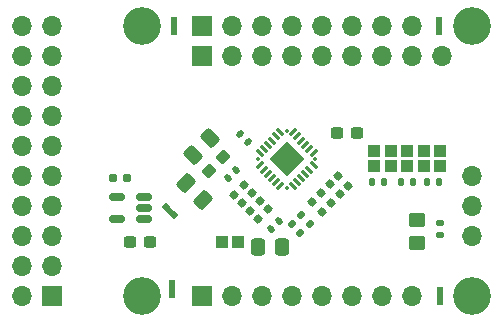
<source format=gbr>
%TF.GenerationSoftware,KiCad,Pcbnew,8.0.7*%
%TF.CreationDate,2024-12-21T09:58:57-05:00*%
%TF.ProjectId,tac5212_audio_board_single_ended,74616335-3231-4325-9f61-7564696f5f62,rev?*%
%TF.SameCoordinates,Original*%
%TF.FileFunction,Soldermask,Top*%
%TF.FilePolarity,Negative*%
%FSLAX46Y46*%
G04 Gerber Fmt 4.6, Leading zero omitted, Abs format (unit mm)*
G04 Created by KiCad (PCBNEW 8.0.7) date 2024-12-21 09:58:57*
%MOMM*%
%LPD*%
G01*
G04 APERTURE LIST*
G04 Aperture macros list*
%AMRoundRect*
0 Rectangle with rounded corners*
0 $1 Rounding radius*
0 $2 $3 $4 $5 $6 $7 $8 $9 X,Y pos of 4 corners*
0 Add a 4 corners polygon primitive as box body*
4,1,4,$2,$3,$4,$5,$6,$7,$8,$9,$2,$3,0*
0 Add four circle primitives for the rounded corners*
1,1,$1+$1,$2,$3*
1,1,$1+$1,$4,$5*
1,1,$1+$1,$6,$7*
1,1,$1+$1,$8,$9*
0 Add four rect primitives between the rounded corners*
20,1,$1+$1,$2,$3,$4,$5,0*
20,1,$1+$1,$4,$5,$6,$7,0*
20,1,$1+$1,$6,$7,$8,$9,0*
20,1,$1+$1,$8,$9,$2,$3,0*%
%AMRotRect*
0 Rectangle, with rotation*
0 The origin of the aperture is its center*
0 $1 length*
0 $2 width*
0 $3 Rotation angle, in degrees counterclockwise*
0 Add horizontal line*
21,1,$1,$2,0,0,$3*%
G04 Aperture macros list end*
%ADD10C,0.000000*%
%ADD11RoundRect,0.062500X-0.185616X-0.274004X0.274004X0.185616X0.185616X0.274004X-0.274004X-0.185616X0*%
%ADD12RoundRect,0.062500X0.185616X-0.274004X0.274004X-0.185616X-0.185616X0.274004X-0.274004X0.185616X0*%
%ADD13RotRect,2.100000X2.100000X45.000000*%
%ADD14RoundRect,0.062500X0.000000X-0.088388X0.088388X0.000000X0.000000X0.088388X-0.088388X0.000000X0*%
%ADD15RoundRect,0.160000X0.252791X-0.026517X-0.026517X0.252791X-0.252791X0.026517X0.026517X-0.252791X0*%
%ADD16RoundRect,0.135000X-0.226274X-0.035355X-0.035355X-0.226274X0.226274X0.035355X0.035355X0.226274X0*%
%ADD17R,1.000000X1.000000*%
%ADD18R,1.700000X1.700000*%
%ADD19O,1.700000X1.700000*%
%ADD20C,3.200000*%
%ADD21RoundRect,0.250000X0.337500X0.475000X-0.337500X0.475000X-0.337500X-0.475000X0.337500X-0.475000X0*%
%ADD22RoundRect,0.160000X-0.026517X-0.252791X0.252791X0.026517X0.026517X0.252791X-0.252791X-0.026517X0*%
%ADD23RoundRect,0.140000X0.219203X0.021213X0.021213X0.219203X-0.219203X-0.021213X-0.021213X-0.219203X0*%
%ADD24RoundRect,0.250000X0.574524X0.097227X0.097227X0.574524X-0.574524X-0.097227X-0.097227X-0.574524X0*%
%ADD25RoundRect,0.150000X0.512500X0.150000X-0.512500X0.150000X-0.512500X-0.150000X0.512500X-0.150000X0*%
%ADD26RoundRect,0.135000X-0.185000X0.135000X-0.185000X-0.135000X0.185000X-0.135000X0.185000X0.135000X0*%
%ADD27R,0.508000X0.500000*%
%ADD28R,0.508000X0.508000*%
%ADD29RoundRect,0.237500X-0.300000X-0.237500X0.300000X-0.237500X0.300000X0.237500X-0.300000X0.237500X0*%
%ADD30RoundRect,0.140000X-0.021213X0.219203X-0.219203X0.021213X0.021213X-0.219203X0.219203X-0.021213X0*%
%ADD31RoundRect,0.250000X-0.097227X0.574524X-0.574524X0.097227X0.097227X-0.574524X0.574524X-0.097227X0*%
%ADD32RoundRect,0.250000X-0.450000X0.350000X-0.450000X-0.350000X0.450000X-0.350000X0.450000X0.350000X0*%
%ADD33RoundRect,0.140000X0.021213X-0.219203X0.219203X-0.021213X-0.021213X0.219203X-0.219203X0.021213X0*%
%ADD34RotRect,0.508000X0.508000X315.000000*%
%ADD35RoundRect,0.135000X-0.135000X-0.185000X0.135000X-0.185000X0.135000X0.185000X-0.135000X0.185000X0*%
%ADD36RoundRect,0.237500X-0.044194X-0.380070X0.380070X0.044194X0.044194X0.380070X-0.380070X-0.044194X0*%
%ADD37RoundRect,0.135000X0.135000X0.185000X-0.135000X0.185000X-0.135000X-0.185000X0.135000X-0.185000X0*%
%ADD38RoundRect,0.160000X-0.197500X-0.160000X0.197500X-0.160000X0.197500X0.160000X-0.197500X0.160000X0*%
%ADD39RoundRect,0.135000X0.226274X0.035355X0.035355X0.226274X-0.226274X-0.035355X-0.035355X-0.226274X0*%
G04 APERTURE END LIST*
%TO.C,E108*%
G36*
X99446000Y-99954000D02*
G01*
X99954000Y-99954000D01*
X99954000Y-99454000D01*
X99446000Y-99454000D01*
X99446000Y-99954000D01*
G37*
%TO.C,E109*%
G36*
X121846000Y-99954000D02*
G01*
X122354000Y-99954000D01*
X122354000Y-99454000D01*
X121846000Y-99454000D01*
X121846000Y-99954000D01*
G37*
D10*
%TO.C,DOUT108*%
G36*
X99653553Y-115394343D02*
G01*
X99294343Y-115753553D01*
X98946447Y-115405657D01*
X99305657Y-115046447D01*
X99653553Y-115394343D01*
G37*
%TO.C,G118*%
G36*
X121946000Y-122854000D02*
G01*
X122454000Y-122854000D01*
X122454000Y-122354000D01*
X121946000Y-122354000D01*
X121946000Y-122854000D01*
G37*
%TO.C,G117*%
G36*
X99246000Y-122254000D02*
G01*
X99754000Y-122254000D01*
X99754000Y-121754000D01*
X99246000Y-121754000D01*
X99246000Y-122254000D01*
G37*
%TD*%
D11*
%TO.C,J108*%
X106910742Y-111521491D03*
X107264295Y-111875045D03*
X107617849Y-112228598D03*
X107971402Y-112582151D03*
X108324955Y-112935705D03*
X108678509Y-113289258D03*
D12*
X109721491Y-113289258D03*
X110075045Y-112935705D03*
X110428598Y-112582151D03*
X110782151Y-112228598D03*
X111135705Y-111875045D03*
X111489258Y-111521491D03*
D11*
X111489258Y-110478509D03*
X111135705Y-110124955D03*
X110782151Y-109771402D03*
X110428598Y-109417849D03*
X110075045Y-109064295D03*
X109721491Y-108710742D03*
D12*
X108678509Y-108710742D03*
X108324955Y-109064295D03*
X107971402Y-109417849D03*
X107617849Y-109771402D03*
X107264295Y-110124955D03*
X106910742Y-110478509D03*
D13*
X109200000Y-111000000D03*
D14*
X106767553Y-111000000D03*
X109200000Y-113432447D03*
X111632447Y-111000000D03*
X109200000Y-108567553D03*
%TD*%
D15*
%TO.C,R113*%
X112937059Y-114705168D03*
X112092067Y-113860176D03*
%TD*%
D16*
%TO.C,R121*%
X109617194Y-116508362D03*
X110338442Y-117229610D03*
%TD*%
D17*
%TO.C,ADD109*%
X122200000Y-110300000D03*
X122200000Y-111600000D03*
%TD*%
D18*
%TO.C,board_outline108*%
X89337500Y-122600000D03*
D19*
X86797500Y-122600000D03*
X89337500Y-120060000D03*
X86797500Y-120060000D03*
X89337500Y-117520000D03*
X86797500Y-117520000D03*
X89337500Y-114980000D03*
X86797500Y-114980000D03*
X89337500Y-112440000D03*
X86797500Y-112440000D03*
X89337500Y-109900000D03*
X86797500Y-109900000D03*
X89337500Y-107360000D03*
X86797500Y-107360000D03*
X89337500Y-104820000D03*
X86797500Y-104820000D03*
X89337500Y-102280000D03*
X86797500Y-102280000D03*
X89337500Y-99740000D03*
X86797500Y-99740000D03*
D18*
X102047500Y-102285000D03*
X102047500Y-99745000D03*
D19*
X104587500Y-102285000D03*
X104587500Y-99745000D03*
X107127500Y-102285000D03*
X107127500Y-99745000D03*
X109667500Y-102285000D03*
X109667500Y-99745000D03*
X112207500Y-102285000D03*
X112207500Y-99745000D03*
X114747500Y-102285000D03*
X114747500Y-99745000D03*
X117287500Y-102285000D03*
X117287500Y-99745000D03*
X119827500Y-102285000D03*
X119827500Y-99745000D03*
D18*
X102047500Y-122605000D03*
D19*
X104587500Y-122605000D03*
X107127500Y-122605000D03*
X109667500Y-122605000D03*
X112207500Y-122605000D03*
X114747500Y-122605000D03*
X117287500Y-122605000D03*
X119827500Y-122605000D03*
X124892500Y-117525000D03*
X124892500Y-114985000D03*
X124892500Y-112445000D03*
X122352500Y-102285000D03*
D20*
X96952500Y-99745000D03*
X124892500Y-99745000D03*
X96952500Y-122605000D03*
X124892500Y-122605000D03*
%TD*%
D17*
%TO.C,ADD108*%
X116600000Y-111600000D03*
X116600000Y-110300000D03*
%TD*%
D15*
%TO.C,R112*%
X113677789Y-113964439D03*
X112832797Y-113119447D03*
%TD*%
D21*
%TO.C,C111*%
X108818261Y-118400000D03*
X106743261Y-118400000D03*
%TD*%
D15*
%TO.C,R114*%
X112157509Y-115484718D03*
X111312517Y-114639726D03*
%TD*%
D22*
%TO.C,R115*%
X105445334Y-114708704D03*
X106290326Y-113863712D03*
%TD*%
D17*
%TO.C,ADD112*%
X118000000Y-111600000D03*
X118000000Y-110300000D03*
%TD*%
D23*
%TO.C,C109*%
X105939411Y-109539411D03*
X105260589Y-108860589D03*
%TD*%
D17*
%TO.C,ADD110*%
X119400000Y-111600000D03*
X119400000Y-110300000D03*
%TD*%
D24*
%TO.C,C115*%
X102133623Y-114433623D03*
X100666377Y-112966377D03*
%TD*%
D25*
%TO.C,U108*%
X97137500Y-116050000D03*
X97137500Y-115100000D03*
X97137500Y-114150000D03*
X94862500Y-114150000D03*
X94862500Y-116050000D03*
%TD*%
D22*
%TO.C,R118*%
X106788837Y-116052207D03*
X107633829Y-115207215D03*
%TD*%
D26*
%TO.C,R126*%
X122200000Y-116390000D03*
X122200000Y-117410000D03*
%TD*%
D27*
%TO.C,E108*%
X99700000Y-100204000D03*
D28*
X99700000Y-99200000D03*
%TD*%
D29*
%TO.C,C118*%
X113437500Y-108800000D03*
X115162500Y-108800000D03*
%TD*%
D30*
%TO.C,C116*%
X104937914Y-111892722D03*
X104259092Y-112571544D03*
%TD*%
D31*
%TO.C,C108*%
X101266377Y-110633623D03*
X102733623Y-109166377D03*
%TD*%
D32*
%TO.C,D116*%
X120200000Y-116100000D03*
X120200000Y-118100000D03*
%TD*%
D33*
%TO.C,C112*%
X107860589Y-116939411D03*
X108539411Y-116260589D03*
%TD*%
D27*
%TO.C,E109*%
X122100000Y-100204000D03*
D28*
X122100000Y-99200000D03*
%TD*%
D17*
%TO.C,ADD111*%
X120800000Y-111600000D03*
X120800000Y-110300000D03*
%TD*%
D34*
%TO.C,DOUT108*%
X99653553Y-115753553D03*
X98946447Y-115046447D03*
%TD*%
D15*
%TO.C,R110*%
X114420251Y-113221977D03*
X113575259Y-112376985D03*
%TD*%
D29*
%TO.C,C128*%
X95937500Y-118000000D03*
X97662500Y-118000000D03*
%TD*%
D35*
%TO.C,R123*%
X121090000Y-112900000D03*
X122110000Y-112900000D03*
%TD*%
D36*
%TO.C,C119*%
X102590120Y-112009880D03*
X103809880Y-110790120D03*
%TD*%
D37*
%TO.C,R124*%
X117410000Y-112900000D03*
X116390000Y-112900000D03*
%TD*%
D22*
%TO.C,R119*%
X104773583Y-114036952D03*
X105618575Y-113191960D03*
%TD*%
D17*
%TO.C,PU_EN108*%
X103750000Y-118000000D03*
X105050000Y-118000000D03*
%TD*%
D22*
%TO.C,R117*%
X106117086Y-115380455D03*
X106962078Y-114535463D03*
%TD*%
D27*
%TO.C,G118*%
X122200000Y-123104000D03*
D28*
X122200000Y-122100000D03*
%TD*%
D37*
%TO.C,R122*%
X119910000Y-112900000D03*
X118890000Y-112900000D03*
%TD*%
D38*
%TO.C,R125*%
X94502500Y-112600000D03*
X95697500Y-112600000D03*
%TD*%
D27*
%TO.C,G117*%
X99500000Y-122504000D03*
D28*
X99500000Y-121500000D03*
%TD*%
D39*
%TO.C,R120*%
X111141385Y-116460624D03*
X110420137Y-115739376D03*
%TD*%
M02*

</source>
